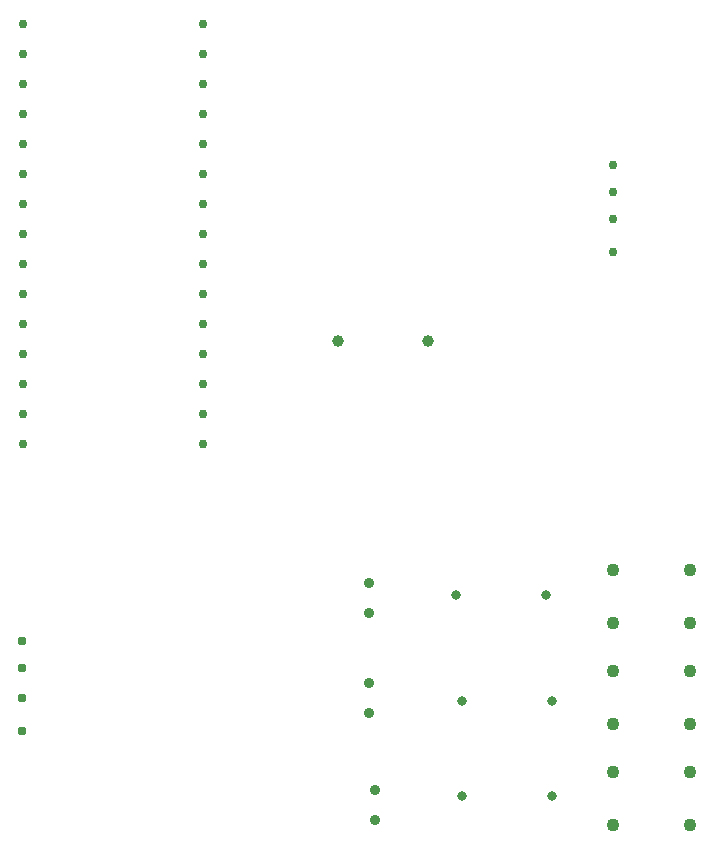
<source format=gbr>
%TF.GenerationSoftware,KiCad,Pcbnew,8.0.7*%
%TF.CreationDate,2024-12-24T10:02:37+05:30*%
%TF.ProjectId,task1,7461736b-312e-46b6-9963-61645f706362,rev?*%
%TF.SameCoordinates,Original*%
%TF.FileFunction,Plated,1,2,PTH,Drill*%
%TF.FilePolarity,Positive*%
%FSLAX46Y46*%
G04 Gerber Fmt 4.6, Leading zero omitted, Abs format (unit mm)*
G04 Created by KiCad (PCBNEW 8.0.7) date 2024-12-24 10:02:37*
%MOMM*%
%LPD*%
G01*
G04 APERTURE LIST*
%TA.AperFunction,ComponentDrill*%
%ADD10C,0.762000*%
%TD*%
%TA.AperFunction,ComponentDrill*%
%ADD11C,0.780000*%
%TD*%
%TA.AperFunction,ComponentDrill*%
%ADD12C,0.800000*%
%TD*%
%TA.AperFunction,ComponentDrill*%
%ADD13C,0.900000*%
%TD*%
%TA.AperFunction,ComponentDrill*%
%ADD14C,1.000000*%
%TD*%
%TA.AperFunction,ComponentDrill*%
%ADD15C,1.100000*%
%TD*%
G04 APERTURE END LIST*
D10*
%TO.C,arduino_nano1*%
X140000000Y-66180000D03*
X140000000Y-68720000D03*
X140000000Y-71260000D03*
X140000000Y-73800000D03*
X140000000Y-76340000D03*
X140000000Y-78880000D03*
X140000000Y-81420000D03*
X140000000Y-83960000D03*
X140000000Y-86500000D03*
X140000000Y-89040000D03*
X140000000Y-91580000D03*
X140000000Y-94120000D03*
X140000000Y-96660000D03*
X140000000Y-99200000D03*
X140000000Y-101740000D03*
X155240000Y-66180000D03*
X155240000Y-68720000D03*
X155240000Y-71260000D03*
X155240000Y-73800000D03*
X155240000Y-76340000D03*
X155240000Y-78880000D03*
X155240000Y-81420000D03*
X155240000Y-83960000D03*
X155240000Y-86500000D03*
X155240000Y-89040000D03*
X155240000Y-91580000D03*
X155240000Y-94120000D03*
X155240000Y-96660000D03*
X155240000Y-99200000D03*
X155240000Y-101740000D03*
%TO.C,U2*%
X190000000Y-78134000D03*
X190000000Y-80420000D03*
X190000000Y-82706000D03*
X190000000Y-85500000D03*
D11*
%TO.C,U1*%
X139894000Y-118366000D03*
X139894000Y-120652000D03*
X139894000Y-123192000D03*
X139894000Y-125986000D03*
D12*
%TO.C,R3*%
X176690000Y-114500000D03*
%TO.C,R2*%
X177190000Y-123500000D03*
%TO.C,R1*%
X177190000Y-131500000D03*
%TO.C,R3*%
X184310000Y-114500000D03*
%TO.C,R2*%
X184810000Y-123500000D03*
%TO.C,R1*%
X184810000Y-131500000D03*
D13*
%TO.C,D3*%
X169315000Y-113490000D03*
X169315000Y-116030000D03*
%TO.C,D2*%
X169315000Y-122000000D03*
X169315000Y-124540000D03*
%TO.C,D1*%
X169815000Y-131010000D03*
X169815000Y-133550000D03*
D14*
%TO.C,BZ1*%
X166700000Y-93000000D03*
X174300000Y-93000000D03*
D15*
%TO.C,SW1*%
X190000000Y-112400000D03*
X190000000Y-116900000D03*
%TO.C,SW2*%
X190000000Y-120950000D03*
X190000000Y-125450000D03*
%TO.C,SW3*%
X190000000Y-129500000D03*
X190000000Y-134000000D03*
%TO.C,SW1*%
X196500000Y-112400000D03*
X196500000Y-116900000D03*
%TO.C,SW2*%
X196500000Y-120950000D03*
X196500000Y-125450000D03*
%TO.C,SW3*%
X196500000Y-129500000D03*
X196500000Y-134000000D03*
M02*

</source>
